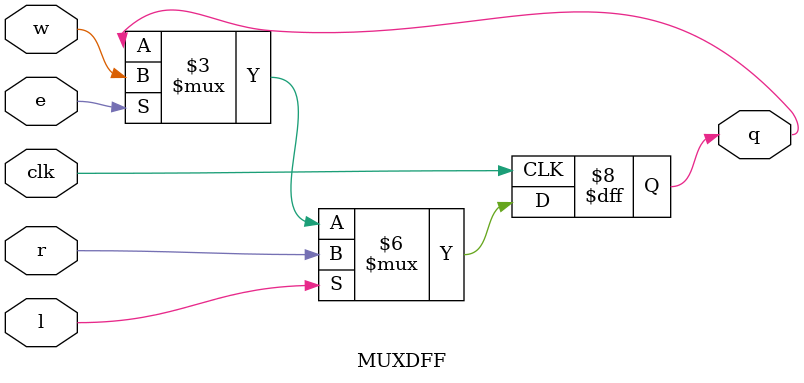
<source format=v>
module top_module (
    input [3:0] SW,
    input [3:0] KEY,
    output [3:0] LEDR
); 
    MUXDFF m1 (
        .w(LEDR[1]),
        .e(KEY[1]),
        .r(SW[0]),
        .clk(KEY[0]),
        .l(KEY[2]),
        .q(LEDR[0])
    );
    MUXDFF m2 (
        .w(LEDR[2]),
        .e(KEY[1]),
        .r(SW[1]),
        .clk(KEY[0]),
        .l(KEY[2]),
        .q(LEDR[1])
    );
    MUXDFF m3 (
        .w(LEDR[3]),
        .e(KEY[1]),
        .r(SW[2]),
        .clk(KEY[0]),
        .l(KEY[2]),
        .q(LEDR[2])
    );
    MUXDFF m4 (
        .w(KEY[3]),
        .e(KEY[1]),
        .r(SW[3]),
        .clk(KEY[0]),
        .l(KEY[2]),
        .q(LEDR[3])
    );

endmodule

module MUXDFF (
	input w,
    input e,
    input r,
    input clk,
    input l,
    output reg q
);
    always @ (posedge clk) begin
        if(l)
            q <= r;
        else if(e)
            q <= w;
        else 
            q <= q;
    end
endmodule

</source>
